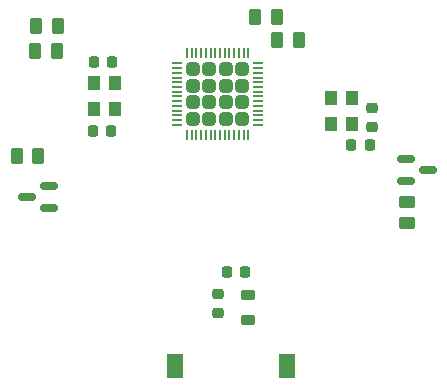
<source format=gbr>
%TF.GenerationSoftware,KiCad,Pcbnew,7.0.2*%
%TF.CreationDate,2023-05-21T15:20:29+02:00*%
%TF.ProjectId,5V DC Smart Socket,35562044-4320-4536-9d61-727420536f63,rev?*%
%TF.SameCoordinates,Original*%
%TF.FileFunction,Paste,Bot*%
%TF.FilePolarity,Positive*%
%FSLAX46Y46*%
G04 Gerber Fmt 4.6, Leading zero omitted, Abs format (unit mm)*
G04 Created by KiCad (PCBNEW 7.0.2) date 2023-05-21 15:20:29*
%MOMM*%
%LPD*%
G01*
G04 APERTURE LIST*
G04 Aperture macros list*
%AMRoundRect*
0 Rectangle with rounded corners*
0 $1 Rounding radius*
0 $2 $3 $4 $5 $6 $7 $8 $9 X,Y pos of 4 corners*
0 Add a 4 corners polygon primitive as box body*
4,1,4,$2,$3,$4,$5,$6,$7,$8,$9,$2,$3,0*
0 Add four circle primitives for the rounded corners*
1,1,$1+$1,$2,$3*
1,1,$1+$1,$4,$5*
1,1,$1+$1,$6,$7*
1,1,$1+$1,$8,$9*
0 Add four rect primitives between the rounded corners*
20,1,$1+$1,$2,$3,$4,$5,0*
20,1,$1+$1,$4,$5,$6,$7,0*
20,1,$1+$1,$6,$7,$8,$9,0*
20,1,$1+$1,$8,$9,$2,$3,0*%
G04 Aperture macros list end*
%ADD10RoundRect,0.250000X-0.262500X-0.450000X0.262500X-0.450000X0.262500X0.450000X-0.262500X0.450000X0*%
%ADD11RoundRect,0.250000X0.262500X0.450000X-0.262500X0.450000X-0.262500X-0.450000X0.262500X-0.450000X0*%
%ADD12RoundRect,0.225000X0.250000X-0.225000X0.250000X0.225000X-0.250000X0.225000X-0.250000X-0.225000X0*%
%ADD13RoundRect,0.218750X0.381250X-0.218750X0.381250X0.218750X-0.381250X0.218750X-0.381250X-0.218750X0*%
%ADD14RoundRect,0.225000X0.225000X0.250000X-0.225000X0.250000X-0.225000X-0.250000X0.225000X-0.250000X0*%
%ADD15RoundRect,0.150000X0.587500X0.150000X-0.587500X0.150000X-0.587500X-0.150000X0.587500X-0.150000X0*%
%ADD16RoundRect,0.225000X-0.250000X0.225000X-0.250000X-0.225000X0.250000X-0.225000X0.250000X0.225000X0*%
%ADD17RoundRect,0.225000X-0.225000X-0.250000X0.225000X-0.250000X0.225000X0.250000X-0.225000X0.250000X0*%
%ADD18RoundRect,0.150000X-0.587500X-0.150000X0.587500X-0.150000X0.587500X0.150000X-0.587500X0.150000X0*%
%ADD19RoundRect,0.250000X0.450000X-0.262500X0.450000X0.262500X-0.450000X0.262500X-0.450000X-0.262500X0*%
%ADD20RoundRect,0.250000X0.315000X-0.315000X0.315000X0.315000X-0.315000X0.315000X-0.315000X-0.315000X0*%
%ADD21RoundRect,0.050000X0.050000X-0.387500X0.050000X0.387500X-0.050000X0.387500X-0.050000X-0.387500X0*%
%ADD22RoundRect,0.050000X0.387500X-0.050000X0.387500X0.050000X-0.387500X0.050000X-0.387500X-0.050000X0*%
%ADD23R,1.400000X2.100000*%
%ADD24R,1.000000X1.300000*%
G04 APERTURE END LIST*
D10*
%TO.C,MR4*%
X238387500Y-63520000D03*
X240212500Y-63520000D03*
%TD*%
D11*
%TO.C,MR3*%
X242072500Y-65470000D03*
X240247500Y-65470000D03*
%TD*%
%TO.C,MR2*%
X221622500Y-66370000D03*
X219797500Y-66370000D03*
%TD*%
D10*
%TO.C,MR1*%
X219867500Y-64290000D03*
X221692500Y-64290000D03*
%TD*%
D12*
%TO.C,EC10*%
X235230000Y-88575000D03*
X235230000Y-87025000D03*
%TD*%
D13*
%TO.C,EL1*%
X237810000Y-89192500D03*
X237810000Y-87067500D03*
%TD*%
D14*
%TO.C,EC13*%
X237565000Y-85150000D03*
X236015000Y-85150000D03*
%TD*%
D15*
%TO.C,MTRT2*%
X220960000Y-77810000D03*
X220960000Y-79710000D03*
X219085000Y-78760000D03*
%TD*%
D14*
%TO.C,EC17*%
X226205000Y-73160000D03*
X224655000Y-73160000D03*
%TD*%
D16*
%TO.C,EC21*%
X248330000Y-71265000D03*
X248330000Y-72815000D03*
%TD*%
D17*
%TO.C,EC19*%
X246545000Y-74410000D03*
X248095000Y-74410000D03*
%TD*%
D18*
%TO.C,MTRT1*%
X251160000Y-77440000D03*
X251160000Y-75540000D03*
X253035000Y-76490000D03*
%TD*%
D19*
%TO.C,MTRR1*%
X251290000Y-80980000D03*
X251290000Y-79155000D03*
%TD*%
D20*
%TO.C,ESP32S1*%
X233120000Y-72160000D03*
X234520000Y-72160000D03*
X235920000Y-72160000D03*
X237320000Y-72160000D03*
X233120000Y-70760000D03*
X234520000Y-70760000D03*
X235920000Y-70760000D03*
X237320000Y-70760000D03*
X233120000Y-69360000D03*
X234520000Y-69360000D03*
X235920000Y-69360000D03*
X237320000Y-69360000D03*
X233120000Y-67960000D03*
X234520000Y-67960000D03*
X235920000Y-67960000D03*
X237320000Y-67960000D03*
D21*
X237820000Y-73497500D03*
X237420000Y-73497500D03*
X237020000Y-73497500D03*
X236620000Y-73497500D03*
X236220000Y-73497500D03*
X235820000Y-73497500D03*
X235420000Y-73497500D03*
X235020000Y-73497500D03*
X234620000Y-73497500D03*
X234220000Y-73497500D03*
X233820000Y-73497500D03*
X233420000Y-73497500D03*
X233020000Y-73497500D03*
X232620000Y-73497500D03*
D22*
X231782500Y-72660000D03*
X231782500Y-72260000D03*
X231782500Y-71860000D03*
X231782500Y-71460000D03*
X231782500Y-71060000D03*
X231782500Y-70660000D03*
X231782500Y-70260000D03*
X231782500Y-69860000D03*
X231782500Y-69460000D03*
X231782500Y-69060000D03*
X231782500Y-68660000D03*
X231782500Y-68260000D03*
X231782500Y-67860000D03*
X231782500Y-67460000D03*
D21*
X232620000Y-66622500D03*
X233020000Y-66622500D03*
X233420000Y-66622500D03*
X233820000Y-66622500D03*
X234220000Y-66622500D03*
X234620000Y-66622500D03*
X235020000Y-66622500D03*
X235420000Y-66622500D03*
X235820000Y-66622500D03*
X236220000Y-66622500D03*
X236620000Y-66622500D03*
X237020000Y-66622500D03*
X237420000Y-66622500D03*
X237820000Y-66622500D03*
D22*
X238657500Y-67460000D03*
X238657500Y-67860000D03*
X238657500Y-68260000D03*
X238657500Y-68660000D03*
X238657500Y-69060000D03*
X238657500Y-69460000D03*
X238657500Y-69860000D03*
X238657500Y-70260000D03*
X238657500Y-70660000D03*
X238657500Y-71060000D03*
X238657500Y-71460000D03*
X238657500Y-71860000D03*
X238657500Y-72260000D03*
X238657500Y-72660000D03*
%TD*%
D14*
%TO.C,EC18*%
X226315000Y-67380000D03*
X224765000Y-67380000D03*
%TD*%
D23*
%TO.C,ANT1*%
X241080000Y-93110000D03*
X231580000Y-93110000D03*
%TD*%
D24*
%TO.C,ECY1*%
X224740000Y-71350000D03*
X224740000Y-69150000D03*
X226540000Y-69150000D03*
X226540000Y-71350000D03*
%TD*%
D10*
%TO.C,MTRR2*%
X218207500Y-75320000D03*
X220032500Y-75320000D03*
%TD*%
D24*
%TO.C,ECY2*%
X244810000Y-72580000D03*
X244810000Y-70380000D03*
X246610000Y-70380000D03*
X246610000Y-72580000D03*
%TD*%
M02*

</source>
